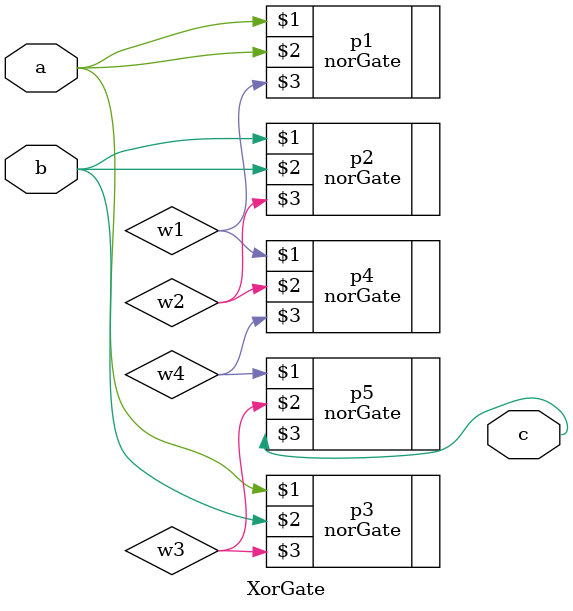
<source format=v>
`include "NorGate.v"

module XorGate(a, b, c);
    input a, b;
    output c;

    wire w1, w2, w3, w4;

    norGate p1(a, a, w1);
    norGate p2(b, b, w2);
    norGate p3(a, b, w3);
    norGate p4(w1, w2, w4);
    norGate p5(w4, w3, c);

endmodule
</source>
